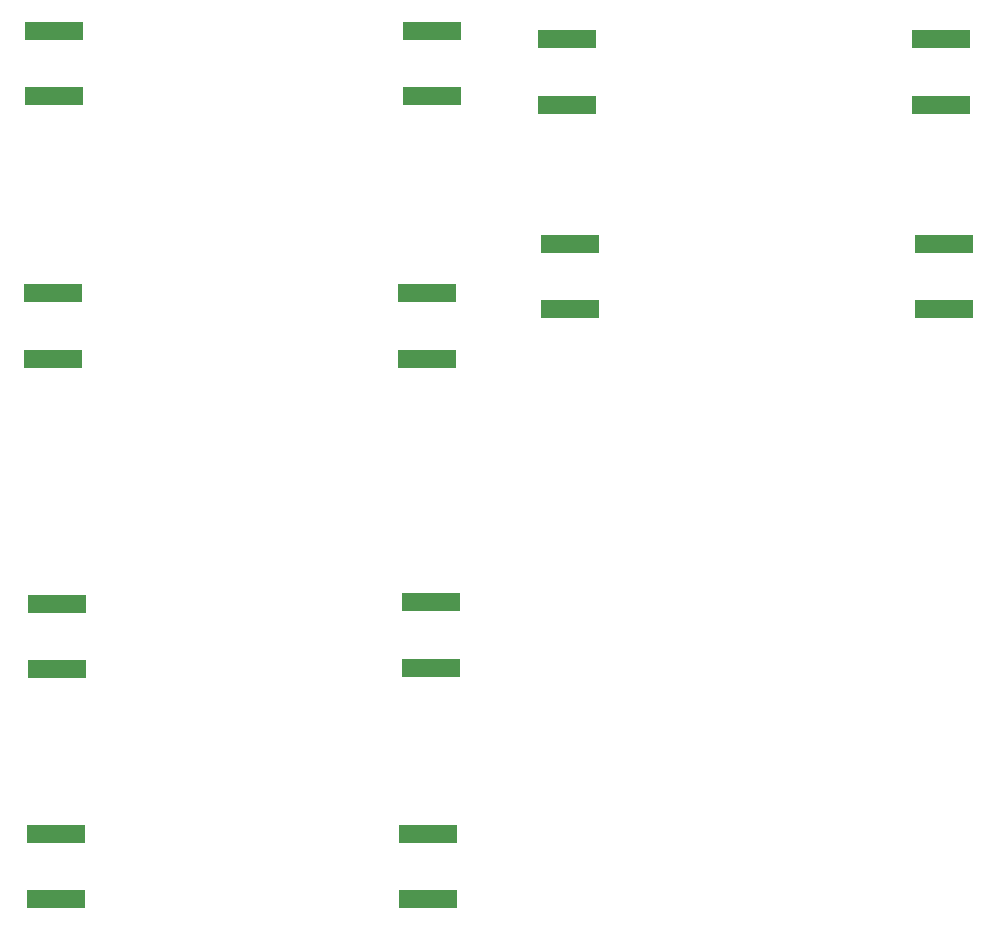
<source format=gbr>
%TF.GenerationSoftware,Altium Limited,Altium Designer,20.0.10 (225)*%
G04 Layer_Color=255*
%FSLAX26Y26*%
%MOIN*%
%TF.FileFunction,Pads,Bot*%
%TF.Part,CustomerPanel*%
G01*
G75*
%TA.AperFunction,SMDPad,CuDef*%
%ADD12R,0.196850X0.062992*%
%TA.AperFunction,ConnectorPad*%
%ADD17R,0.196850X0.062992*%
D12*
X3361931Y3359508D02*
D03*
Y3577618D02*
D03*
X2114687D02*
D03*
Y3359508D02*
D03*
X416417Y1477638D02*
D03*
Y1695748D02*
D03*
X1651181Y2730980D02*
D03*
Y2512870D02*
D03*
X403937D02*
D03*
Y2730980D02*
D03*
X3373742Y2895366D02*
D03*
Y2677256D02*
D03*
X2126756D02*
D03*
Y2895366D02*
D03*
X413780Y711043D02*
D03*
Y929154D02*
D03*
X1653150Y711043D02*
D03*
Y929154D02*
D03*
X1666535Y3605536D02*
D03*
Y3387425D02*
D03*
X407480D02*
D03*
Y3605536D02*
D03*
D17*
X1662992Y1701984D02*
D03*
Y1483874D02*
D03*
%TF.MD5,6f072a5f86bd7cd3c5f5dfcb5f149ff3*%
M02*

</source>
